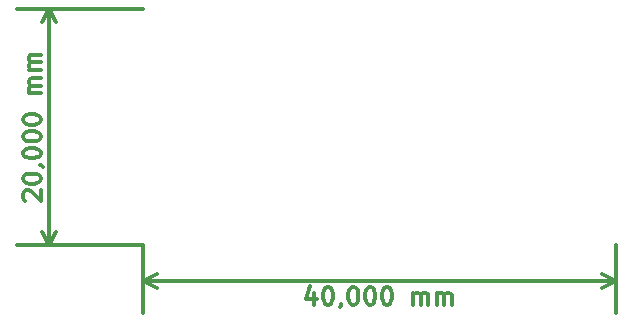
<source format=gbr>
G04 #@! TF.FileFunction,Drawing*
%FSLAX46Y46*%
G04 Gerber Fmt 4.6, Leading zero omitted, Abs format (unit mm)*
G04 Created by KiCad (PCBNEW 0.201512231246+6403~40~ubuntu14.04.1-stable) date Mo 22 Feb 2016 17:08:34 CET*
%MOMM*%
G01*
G04 APERTURE LIST*
%ADD10C,0.100000*%
%ADD11C,0.300000*%
G04 APERTURE END LIST*
D10*
D11*
X159500001Y-99028570D02*
X159500001Y-100028570D01*
X159142858Y-98457142D02*
X158785715Y-99528570D01*
X159714287Y-99528570D01*
X160571429Y-98528570D02*
X160714286Y-98528570D01*
X160857143Y-98599999D01*
X160928572Y-98671428D01*
X161000001Y-98814285D01*
X161071429Y-99099999D01*
X161071429Y-99457142D01*
X161000001Y-99742856D01*
X160928572Y-99885713D01*
X160857143Y-99957142D01*
X160714286Y-100028570D01*
X160571429Y-100028570D01*
X160428572Y-99957142D01*
X160357143Y-99885713D01*
X160285715Y-99742856D01*
X160214286Y-99457142D01*
X160214286Y-99099999D01*
X160285715Y-98814285D01*
X160357143Y-98671428D01*
X160428572Y-98599999D01*
X160571429Y-98528570D01*
X161785714Y-99957142D02*
X161785714Y-100028570D01*
X161714286Y-100171428D01*
X161642857Y-100242856D01*
X162714286Y-98528570D02*
X162857143Y-98528570D01*
X163000000Y-98599999D01*
X163071429Y-98671428D01*
X163142858Y-98814285D01*
X163214286Y-99099999D01*
X163214286Y-99457142D01*
X163142858Y-99742856D01*
X163071429Y-99885713D01*
X163000000Y-99957142D01*
X162857143Y-100028570D01*
X162714286Y-100028570D01*
X162571429Y-99957142D01*
X162500000Y-99885713D01*
X162428572Y-99742856D01*
X162357143Y-99457142D01*
X162357143Y-99099999D01*
X162428572Y-98814285D01*
X162500000Y-98671428D01*
X162571429Y-98599999D01*
X162714286Y-98528570D01*
X164142857Y-98528570D02*
X164285714Y-98528570D01*
X164428571Y-98599999D01*
X164500000Y-98671428D01*
X164571429Y-98814285D01*
X164642857Y-99099999D01*
X164642857Y-99457142D01*
X164571429Y-99742856D01*
X164500000Y-99885713D01*
X164428571Y-99957142D01*
X164285714Y-100028570D01*
X164142857Y-100028570D01*
X164000000Y-99957142D01*
X163928571Y-99885713D01*
X163857143Y-99742856D01*
X163785714Y-99457142D01*
X163785714Y-99099999D01*
X163857143Y-98814285D01*
X163928571Y-98671428D01*
X164000000Y-98599999D01*
X164142857Y-98528570D01*
X165571428Y-98528570D02*
X165714285Y-98528570D01*
X165857142Y-98599999D01*
X165928571Y-98671428D01*
X166000000Y-98814285D01*
X166071428Y-99099999D01*
X166071428Y-99457142D01*
X166000000Y-99742856D01*
X165928571Y-99885713D01*
X165857142Y-99957142D01*
X165714285Y-100028570D01*
X165571428Y-100028570D01*
X165428571Y-99957142D01*
X165357142Y-99885713D01*
X165285714Y-99742856D01*
X165214285Y-99457142D01*
X165214285Y-99099999D01*
X165285714Y-98814285D01*
X165357142Y-98671428D01*
X165428571Y-98599999D01*
X165571428Y-98528570D01*
X167857142Y-100028570D02*
X167857142Y-99028570D01*
X167857142Y-99171428D02*
X167928570Y-99099999D01*
X168071428Y-99028570D01*
X168285713Y-99028570D01*
X168428570Y-99099999D01*
X168499999Y-99242856D01*
X168499999Y-100028570D01*
X168499999Y-99242856D02*
X168571428Y-99099999D01*
X168714285Y-99028570D01*
X168928570Y-99028570D01*
X169071428Y-99099999D01*
X169142856Y-99242856D01*
X169142856Y-100028570D01*
X169857142Y-100028570D02*
X169857142Y-99028570D01*
X169857142Y-99171428D02*
X169928570Y-99099999D01*
X170071428Y-99028570D01*
X170285713Y-99028570D01*
X170428570Y-99099999D01*
X170499999Y-99242856D01*
X170499999Y-100028570D01*
X170499999Y-99242856D02*
X170571428Y-99099999D01*
X170714285Y-99028570D01*
X170928570Y-99028570D01*
X171071428Y-99099999D01*
X171142856Y-99242856D01*
X171142856Y-100028570D01*
X145000000Y-97999999D02*
X185000000Y-97999999D01*
X145000000Y-95000000D02*
X145000000Y-100699999D01*
X185000000Y-95000000D02*
X185000000Y-100699999D01*
X185000000Y-97999999D02*
X183873496Y-98586420D01*
X185000000Y-97999999D02*
X183873496Y-97413578D01*
X145000000Y-97999999D02*
X146126504Y-98586420D01*
X145000000Y-97999999D02*
X146126504Y-97413578D01*
X134971429Y-91214285D02*
X134900000Y-91142856D01*
X134828571Y-90999999D01*
X134828571Y-90642856D01*
X134900000Y-90499999D01*
X134971429Y-90428570D01*
X135114286Y-90357142D01*
X135257143Y-90357142D01*
X135471429Y-90428570D01*
X136328571Y-91285713D01*
X136328571Y-90357142D01*
X134828571Y-89428571D02*
X134828571Y-89285714D01*
X134900000Y-89142857D01*
X134971429Y-89071428D01*
X135114286Y-88999999D01*
X135400000Y-88928571D01*
X135757143Y-88928571D01*
X136042857Y-88999999D01*
X136185714Y-89071428D01*
X136257143Y-89142857D01*
X136328571Y-89285714D01*
X136328571Y-89428571D01*
X136257143Y-89571428D01*
X136185714Y-89642857D01*
X136042857Y-89714285D01*
X135757143Y-89785714D01*
X135400000Y-89785714D01*
X135114286Y-89714285D01*
X134971429Y-89642857D01*
X134900000Y-89571428D01*
X134828571Y-89428571D01*
X136257143Y-88214286D02*
X136328571Y-88214286D01*
X136471429Y-88285714D01*
X136542857Y-88357143D01*
X134828571Y-87285714D02*
X134828571Y-87142857D01*
X134900000Y-87000000D01*
X134971429Y-86928571D01*
X135114286Y-86857142D01*
X135400000Y-86785714D01*
X135757143Y-86785714D01*
X136042857Y-86857142D01*
X136185714Y-86928571D01*
X136257143Y-87000000D01*
X136328571Y-87142857D01*
X136328571Y-87285714D01*
X136257143Y-87428571D01*
X136185714Y-87500000D01*
X136042857Y-87571428D01*
X135757143Y-87642857D01*
X135400000Y-87642857D01*
X135114286Y-87571428D01*
X134971429Y-87500000D01*
X134900000Y-87428571D01*
X134828571Y-87285714D01*
X134828571Y-85857143D02*
X134828571Y-85714286D01*
X134900000Y-85571429D01*
X134971429Y-85500000D01*
X135114286Y-85428571D01*
X135400000Y-85357143D01*
X135757143Y-85357143D01*
X136042857Y-85428571D01*
X136185714Y-85500000D01*
X136257143Y-85571429D01*
X136328571Y-85714286D01*
X136328571Y-85857143D01*
X136257143Y-86000000D01*
X136185714Y-86071429D01*
X136042857Y-86142857D01*
X135757143Y-86214286D01*
X135400000Y-86214286D01*
X135114286Y-86142857D01*
X134971429Y-86071429D01*
X134900000Y-86000000D01*
X134828571Y-85857143D01*
X134828571Y-84428572D02*
X134828571Y-84285715D01*
X134900000Y-84142858D01*
X134971429Y-84071429D01*
X135114286Y-84000000D01*
X135400000Y-83928572D01*
X135757143Y-83928572D01*
X136042857Y-84000000D01*
X136185714Y-84071429D01*
X136257143Y-84142858D01*
X136328571Y-84285715D01*
X136328571Y-84428572D01*
X136257143Y-84571429D01*
X136185714Y-84642858D01*
X136042857Y-84714286D01*
X135757143Y-84785715D01*
X135400000Y-84785715D01*
X135114286Y-84714286D01*
X134971429Y-84642858D01*
X134900000Y-84571429D01*
X134828571Y-84428572D01*
X136328571Y-82142858D02*
X135328571Y-82142858D01*
X135471429Y-82142858D02*
X135400000Y-82071430D01*
X135328571Y-81928572D01*
X135328571Y-81714287D01*
X135400000Y-81571430D01*
X135542857Y-81500001D01*
X136328571Y-81500001D01*
X135542857Y-81500001D02*
X135400000Y-81428572D01*
X135328571Y-81285715D01*
X135328571Y-81071430D01*
X135400000Y-80928572D01*
X135542857Y-80857144D01*
X136328571Y-80857144D01*
X136328571Y-80142858D02*
X135328571Y-80142858D01*
X135471429Y-80142858D02*
X135400000Y-80071430D01*
X135328571Y-79928572D01*
X135328571Y-79714287D01*
X135400000Y-79571430D01*
X135542857Y-79500001D01*
X136328571Y-79500001D01*
X135542857Y-79500001D02*
X135400000Y-79428572D01*
X135328571Y-79285715D01*
X135328571Y-79071430D01*
X135400000Y-78928572D01*
X135542857Y-78857144D01*
X136328571Y-78857144D01*
X137000000Y-95000000D02*
X137000000Y-75000000D01*
X145000000Y-95000000D02*
X134300000Y-95000000D01*
X145000000Y-75000000D02*
X134300000Y-75000000D01*
X137000000Y-75000000D02*
X137586421Y-76126504D01*
X137000000Y-75000000D02*
X136413579Y-76126504D01*
X137000000Y-95000000D02*
X137586421Y-93873496D01*
X137000000Y-95000000D02*
X136413579Y-93873496D01*
M02*

</source>
